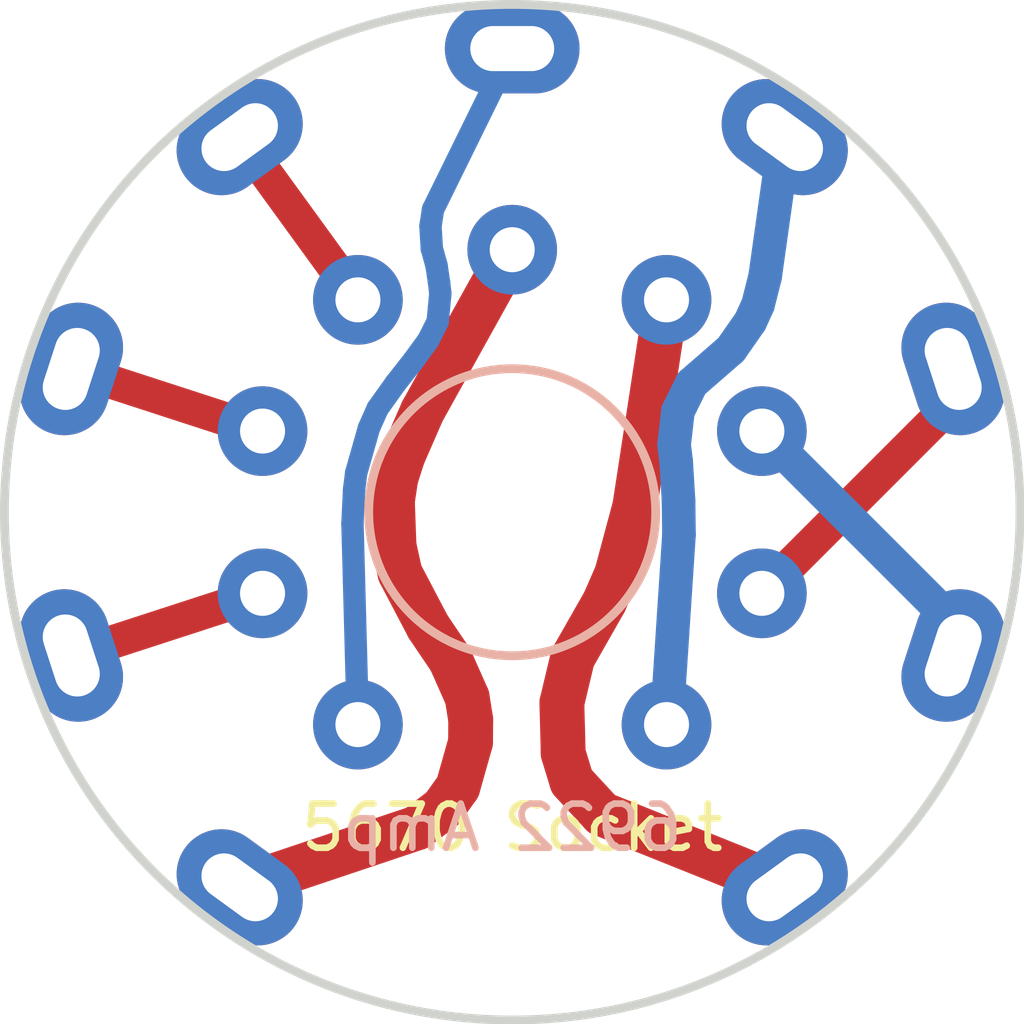
<source format=kicad_pcb>
(kicad_pcb (version 20221018) (generator pcbnew)
  (layers (0 "F.Cu" signal) (31 "B.Cu" signal) (34 "B.Paste" user) (35 "F.Paste" user) (36 "B.SilkS" user "B.Silkscreen") (37 "F.SilkS" user "F.Silkscreen") (38 "B.Mask" user) (39 "F.Mask" user) (44 "Edge.Cuts" user))
  (net 0 "")
  (net 1 "Heater2")
  (net 2 "Cathode1")
  (net 3 "Grid1")
  (net 4 "Plate1")
  (net 5 "Shield")
  (net 6 "Plate2")
  (net 7 "Grid2")
  (net 8 "Cathode2")
  (net 9 "Heater1")
  (footprint "locallib:VALVE-ECC-83-2" (layer "F.Cu") (at 95.25 79.375)
    (fp_text reference "J1")
    (fp_text value "5670-Socket")
    (pad "" np_thru_hole circle (at 0 0) (size 3.5 3.5) (drill 3.5) (layers "*.Cu" "*.Mask"))
    (pad "1" thru_hole oval (at 6.171745 8.494678 306) (size 2.03 3.05) (drill oval 1.02 1.9) (layers "*.Cu" "*.Mask") (net 9 "Heater1"))
    (pad "2" thru_hole oval (at 9.986093 3.244678 342) (size 2.03 3.05) (drill oval 1.02 1.9) (layers "*.Cu" "*.Mask") (net 8 "Cathode2"))
    (pad "3" thru_hole oval (at 9.986093 -3.244678 18) (size 2.03 3.05) (drill oval 1.02 1.9) (layers "*.Cu" "*.Mask") (net 7 "Grid2"))
    (pad "4" thru_hole oval (at 6.171745 -8.494678 54) (size 2.03 3.05) (drill oval 1.02 1.9) (layers "*.Cu" "*.Mask") (net 6 "Plate2"))
    (pad "5" thru_hole oval (at 0 -10.5 90) (size 2.03 3.05) (drill oval 1.02 1.9) (layers "*.Cu" "*.Mask") (net 5 "Shield"))
    (pad "6" thru_hole oval (at -6.171745 -8.494678 306) (size 2.03 3.05) (drill oval 1.02 1.9) (layers "*.Cu" "*.Mask") (net 4 "Plate1"))
    (pad "7" thru_hole oval (at -9.986093 -3.244678 342) (size 2.03 3.05) (drill oval 1.02 1.9) (layers "*.Cu" "*.Mask") (net 3 "Grid1"))
    (pad "8" thru_hole oval (at -9.986093 3.244678 18) (size 2.03 3.05) (drill oval 1.02 1.9) (layers "*.Cu" "*.Mask") (net 2 "Cathode1"))
    (pad "9" thru_hole oval (at -6.171745 8.494678 54) (size 2.03 3.05) (drill oval 1.02 1.9) (layers "*.Cu" "*.Mask") (net 1 "Heater2"))
  )
  (footprint "locallib:VALVE-ECC-83-1" (layer "F.Cu") (at 95.25 79.375)
    (fp_text reference "J2")
    (fp_text value "6922-Pins")
    (pad "1" thru_hole circle (at 3.494383 4.809606) (size 2.03 2.03) (drill 1.02) (layers "*.Cu" "*.Mask") (net 6 "Plate2"))
    (pad "2" thru_hole circle (at 5.654031 1.837106) (size 2.03 2.03) (drill 1.02) (layers "*.Cu" "*.Mask") (net 7 "Grid2"))
    (pad "3" thru_hole circle (at 5.654031 -1.837106) (size 2.03 2.03) (drill 1.02) (layers "*.Cu" "*.Mask") (net 8 "Cathode2"))
    (pad "4" thru_hole circle (at 3.494383 -4.809606) (size 2.03 2.03) (drill 1.02) (layers "*.Cu" "*.Mask") (net 9 "Heater1"))
    (pad "5" thru_hole circle (at 0 -5.945) (size 2.03 2.03) (drill 1.02) (layers "*.Cu" "*.Mask") (net 1 "Heater2"))
    (pad "6" thru_hole circle (at -3.494383 -4.809606) (size 2.03 2.03) (drill 1.02) (layers "*.Cu" "*.Mask") (net 4 "Plate1"))
    (pad "7" thru_hole circle (at -5.654031 -1.837106) (size 2.03 2.03) (drill 1.02) (layers "*.Cu" "*.Mask") (net 3 "Grid1"))
    (pad "8" thru_hole circle (at -5.654031 1.837106) (size 2.03 2.03) (drill 1.02) (layers "*.Cu" "*.Mask") (net 2 "Cathode1"))
    (pad "9" thru_hole circle (at -3.494383 4.809606) (size 2.03 2.03) (drill 1.02) (layers "*.Cu" "*.Mask") (net 5 "Shield"))
  )
  (gr_circle (center 95.25 79.375) (end 98.5 79.375) (stroke (width 0.2)) (fill none) (layer "B.SilkS"))
  (gr_circle (center 95.25 79.375) (end 106.75 79.375) (stroke (width 0.2)) (fill none) (layer "Edge.Cuts"))
  (gr_text "6922 Amp" (at 95.25 86.51875) (layer "B.SilkS") (effects (font (size 1 1)) (justify mirror)))
  (gr_text "5670 Socket" (at 95.25 86.51875) (layer "F.SilkS") (effects (font (size 1 1))))
  (segment (start 92.572825 80.137) (end 92.71 80.756592) (width 1.016) (layer "F.Cu") (net 1))
  (segment (start 92.572825 80.137) (end 92.536264 79.121) (width 1.016) (layer "F.Cu") (net 1))
  (segment (start 93.216339 77.089) (end 92.773083 78.105) (width 1.016) (layer "F.Cu") (net 1))
  (segment (start 93.6752 86.079115) (end 93.091 86.524291) (width 1.016) (layer "F.Cu") (net 1))
  (segment (start 93.091 86.524291) (end 89.078255 87.869678) (width 1.016) (layer "F.Cu") (net 1))
  (segment (start 93.216339 77.089) (end 95.25 73.43) (width 1.016) (layer "F.Cu") (net 1))
  (segment (start 94.019216 85.598) (end 94.306465 84.582) (width 1.016) (layer "F.Cu") (net 1))
  (segment (start 93.853 82.718583) (end 94.228869 83.566) (width 1.016) (layer "F.Cu") (net 1))
  (segment (start 94.3102 84.074) (end 94.306465 84.582) (width 1.016) (layer "F.Cu") (net 1))
  (segment (start 94.228869 83.566) (end 94.3102 84.074) (width 1.016) (layer "F.Cu") (net 1))
  (segment (start 92.536264 79.121) (end 92.612172 78.613) (width 1.016) (layer "F.Cu") (net 1))
  (segment (start 92.71 80.756592) (end 93.345 81.966085) (width 1.016) (layer "F.Cu") (net 1))
  (segment (start 92.773083 78.105) (end 92.612172 78.613) (width 1.016) (layer "F.Cu") (net 1))
  (segment (start 94.019216 85.598) (end 93.6752 86.079115) (width 1.016) (layer "F.Cu") (net 1))
  (segment (start 93.345 81.966085) (end 93.853 82.718583) (width 1.016) (layer "F.Cu") (net 1))
  (segment (start 89.595969 81.212106) (end 85.263907 82.619678) (width 0.762) (layer "F.Cu") (net 2))
  (segment (start 89.595969 77.537894) (end 85.263907 76.130322) (width 0.762) (layer "F.Cu") (net 3))
  (segment (start 91.755617 74.565394) (end 89.078255 70.880322) (width 0.762) (layer "F.Cu") (net 4))
  (segment (start 92.202 77.027313) (end 92.610675 76.454) (width 0.508) (layer "B.Cu") (net 5))
  (segment (start 93.010181 75.946) (end 92.610675 76.454) (width 0.508) (layer "B.Cu") (net 5))
  (segment (start 93.398488 72.898) (end 93.457555 72.517) (width 0.508) (layer "B.Cu") (net 5))
  (segment (start 93.561958 75.057) (end 93.622283 74.422) (width 0.508) (layer "B.Cu") (net 5))
  (segment (start 91.669086 78.867) (end 91.632312 79.629) (width 0.508) (layer "B.Cu") (net 5))
  (segment (start 93.398488 72.898) (end 93.429666 73.406) (width 0.508) (layer "B.Cu") (net 5))
  (segment (start 93.5355 73.787) (end 93.59265 74.168) (width 0.508) (layer "B.Cu") (net 5))
  (segment (start 92.00501 77.47) (end 92.202 77.027313) (width 0.508) (layer "B.Cu") (net 5))
  (segment (start 91.669086 78.867) (end 91.716173 78.486) (width 0.508) (layer "B.Cu") (net 5))
  (segment (start 91.716173 78.486) (end 92.00501 77.47) (width 0.508) (layer "B.Cu") (net 5))
  (segment (start 93.457555 72.517) (end 95.25 68.875) (width 0.508) (layer "B.Cu") (net 5))
  (segment (start 93.5355 73.787) (end 93.429666 73.406) (width 0.508) (layer "B.Cu") (net 5))
  (segment (start 93.010181 75.946) (end 93.345 75.486361) (width 0.508) (layer "B.Cu") (net 5))
  (segment (start 93.59265 74.168) (end 93.622283 74.422) (width 0.508) (layer "B.Cu") (net 5))
  (segment (start 93.561958 75.057) (end 93.345 75.486361) (width 0.508) (layer "B.Cu") (net 5))
  (segment (start 91.755617 84.184606) (end 91.632312 79.629) (width 0.508) (layer "B.Cu") (net 5))
  (segment (start 100.976853 74.041) (end 101.421745 70.880322) (width 0.762) (layer "B.Cu") (net 6))
  (segment (start 100.203 75.686478) (end 99.314 76.459521) (width 0.762) (layer "B.Cu") (net 6))
  (segment (start 98.963495 78.232) (end 99.017337 79.121) (width 0.762) (layer "B.Cu") (net 6))
  (segment (start 98.744383 84.184606) (end 99.026664 79.883) (width 0.762) (layer "B.Cu") (net 6))
  (segment (start 98.915872 77.851) (end 98.963495 78.232) (width 0.762) (layer "B.Cu") (net 6))
  (segment (start 99.017337 79.121) (end 99.026664 79.883) (width 0.762) (layer "B.Cu") (net 6))
  (segment (start 99.00318 77.089) (end 98.915872 77.851) (width 0.762) (layer "B.Cu") (net 6))
  (segment (start 99.00318 77.089) (end 99.314 76.459521) (width 0.762) (layer "B.Cu") (net 6))
  (segment (start 100.816065 74.676) (end 100.976853 74.041) (width 0.762) (layer "B.Cu") (net 6))
  (segment (start 100.642809 75.057) (end 100.203 75.686478) (width 0.762) (layer "B.Cu") (net 6))
  (segment (start 100.642809 75.057) (end 100.816065 74.676) (width 0.762) (layer "B.Cu") (net 6))
  (segment (start 105.236093 76.130322) (end 105.236093 76.880044) (width 0.762) (layer "F.Cu") (net 7))
  (segment (start 105.236093 76.880044) (end 100.904031 81.212106) (width 0.762) (layer "F.Cu") (net 7))
  (segment (start 105.236093 81.869956) (end 100.904031 77.537894) (width 0.762) (layer "B.Cu") (net 8))
  (segment (start 105.236093 82.619678) (end 105.236093 81.869956) (width 0.762) (layer "B.Cu") (net 8))
  (segment (start 97.615901 80.772) (end 98.025066 79.248) (width 1.016) (layer "F.Cu") (net 9))
  (segment (start 97.282 86.208694) (end 96.598853 85.471) (width 1.016) (layer "F.Cu") (net 9))
  (segment (start 97.339482 81.407) (end 96.61665 82.677) (width 1.016) (layer "F.Cu") (net 9))
  (segment (start 97.282 86.208694) (end 101.421745 87.869678) (width 1.016) (layer "F.Cu") (net 9))
  (segment (start 96.374419 83.693) (end 96.405115 84.836) (width 1.016) (layer "F.Cu") (net 9))
  (segment (start 98.744383 74.565394) (end 98.025066 79.248) (width 1.016) (layer "F.Cu") (net 9))
  (segment (start 97.339482 81.407) (end 97.615901 80.772) (width 1.016) (layer "F.Cu") (net 9))
  (segment (start 96.374419 83.693) (end 96.61665 82.677) (width 1.016) (layer "F.Cu") (net 9))
  (segment (start 96.405115 84.836) (end 96.598853 85.471) (width 1.016) (layer "F.Cu") (net 9))
)
</source>
